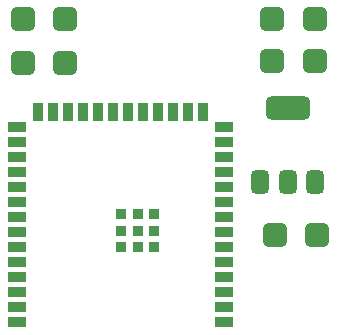
<source format=gtp>
G04 #@! TF.GenerationSoftware,KiCad,Pcbnew,8.0.6-8.0.6-0~ubuntu24.04.1*
G04 #@! TF.CreationDate,2024-10-30T09:26:46+01:00*
G04 #@! TF.ProjectId,clock_pcb,636c6f63-6b5f-4706-9362-2e6b69636164,rev?*
G04 #@! TF.SameCoordinates,Original*
G04 #@! TF.FileFunction,Paste,Top*
G04 #@! TF.FilePolarity,Positive*
%FSLAX46Y46*%
G04 Gerber Fmt 4.6, Leading zero omitted, Abs format (unit mm)*
G04 Created by KiCad (PCBNEW 8.0.6-8.0.6-0~ubuntu24.04.1) date 2024-10-30 09:26:46*
%MOMM*%
%LPD*%
G01*
G04 APERTURE LIST*
G04 Aperture macros list*
%AMRoundRect*
0 Rectangle with rounded corners*
0 $1 Rounding radius*
0 $2 $3 $4 $5 $6 $7 $8 $9 X,Y pos of 4 corners*
0 Add a 4 corners polygon primitive as box body*
4,1,4,$2,$3,$4,$5,$6,$7,$8,$9,$2,$3,0*
0 Add four circle primitives for the rounded corners*
1,1,$1+$1,$2,$3*
1,1,$1+$1,$4,$5*
1,1,$1+$1,$6,$7*
1,1,$1+$1,$8,$9*
0 Add four rect primitives between the rounded corners*
20,1,$1+$1,$2,$3,$4,$5,0*
20,1,$1+$1,$4,$5,$6,$7,0*
20,1,$1+$1,$6,$7,$8,$9,0*
20,1,$1+$1,$8,$9,$2,$3,0*%
G04 Aperture macros list end*
%ADD10RoundRect,0.384616X-0.615384X-0.615384X0.615384X-0.615384X0.615384X0.615384X-0.615384X0.615384X0*%
%ADD11R,0.900000X0.900000*%
%ADD12R,1.500000X0.900000*%
%ADD13R,0.900000X1.500000*%
%ADD14RoundRect,0.384616X0.615384X0.615384X-0.615384X0.615384X-0.615384X-0.615384X0.615384X-0.615384X0*%
%ADD15RoundRect,0.375000X0.375000X-0.625000X0.375000X0.625000X-0.375000X0.625000X-0.375000X-0.625000X0*%
%ADD16RoundRect,0.500000X1.400000X-0.500000X1.400000X0.500000X-1.400000X0.500000X-1.400000X-0.500000X0*%
G04 APERTURE END LIST*
D10*
X122600000Y-104650000D03*
X126200000Y-104650000D03*
D11*
X112635000Y-120380000D03*
X112635000Y-118980000D03*
X112635000Y-117580000D03*
X111235000Y-120380000D03*
X111235000Y-118980000D03*
X111235000Y-117580000D03*
X109835000Y-120380000D03*
X109835000Y-118980000D03*
X109835000Y-117580000D03*
D12*
X118485000Y-126700000D03*
X118485000Y-125430000D03*
X118485000Y-124160000D03*
X118485000Y-122890000D03*
X118485000Y-121620000D03*
X118485000Y-120350000D03*
X118485000Y-119080000D03*
X118485000Y-117810000D03*
X118485000Y-116540000D03*
X118485000Y-115270000D03*
X118485000Y-114000000D03*
X118485000Y-112730000D03*
X118485000Y-111460000D03*
X118485000Y-110190000D03*
D13*
X116720000Y-108940000D03*
X115450000Y-108940000D03*
X114180000Y-108940000D03*
X112910000Y-108940000D03*
X111640000Y-108940000D03*
X110370000Y-108940000D03*
X109100000Y-108940000D03*
X107830000Y-108940000D03*
X106560000Y-108940000D03*
X105290000Y-108940000D03*
X104020000Y-108940000D03*
X102750000Y-108940000D03*
D12*
X100985000Y-110190000D03*
X100985000Y-111460000D03*
X100985000Y-112730000D03*
X100985000Y-114000000D03*
X100985000Y-115270000D03*
X100985000Y-116540000D03*
X100985000Y-117810000D03*
X100985000Y-119080000D03*
X100985000Y-120350000D03*
X100985000Y-121620000D03*
X100985000Y-122890000D03*
X100985000Y-124160000D03*
X100985000Y-125430000D03*
X100985000Y-126700000D03*
D14*
X105100000Y-104800000D03*
X101500000Y-104800000D03*
D10*
X122800000Y-119400000D03*
X126400000Y-119400000D03*
X101500000Y-101100000D03*
X105100000Y-101100000D03*
D15*
X121600000Y-114900000D03*
X123900000Y-114900000D03*
D16*
X123900000Y-108600000D03*
D15*
X126200000Y-114900000D03*
D14*
X126200000Y-101100000D03*
X122600000Y-101100000D03*
M02*

</source>
